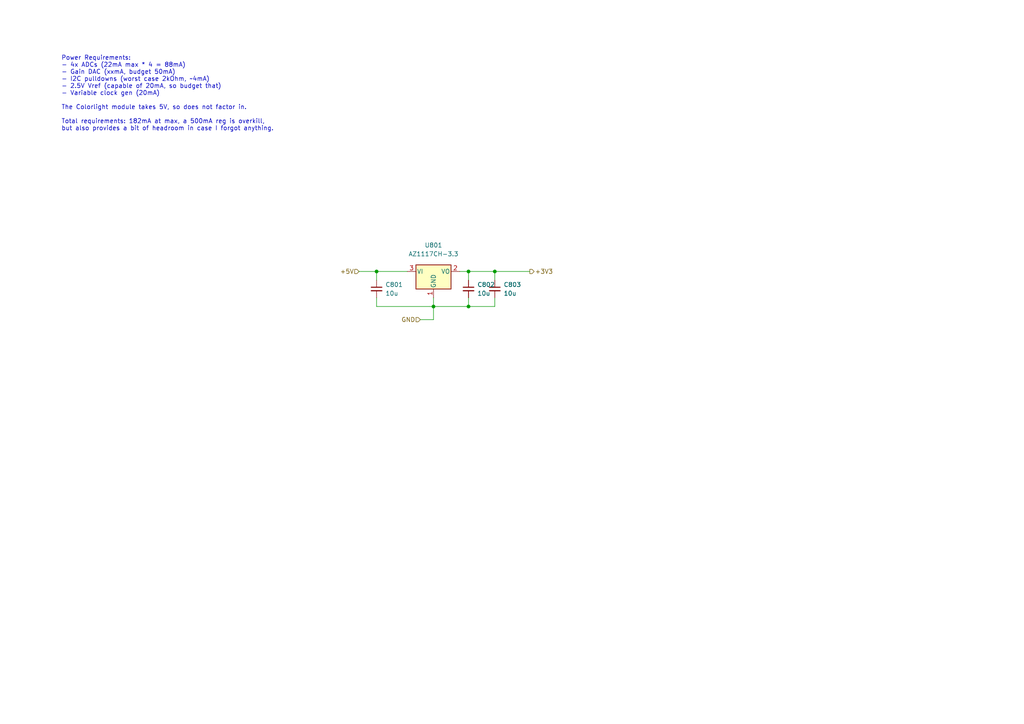
<source format=kicad_sch>
(kicad_sch (version 20211123) (generator eeschema)
  (paper "A4")
  (lib_symbols
    (symbol "Device:C_Small" (pin_numbers hide) (pin_names (offset 0.254) hide)
      (property "Reference" "C" (at 0.254 1.778 0))
      (property "Value" "C_Small" (at 0.254 -2.032 0))
      (symbol "C_Small_0_1"
        (polyline (pts (xy -1.524 -0.508) (xy 1.524 -0.508)) (stroke (width 0.3302)))
        (polyline (pts (xy -1.524 0.508) (xy 1.524 0.508)) (stroke (width 0.3048)))
      )
      (symbol "C_Small_1_1"
        (pin passive line (at 0 2.54 270) (length 2.032) (name "~") (number "1"))
        (pin passive line (at 0 -2.54 90) (length 2.032) (name "~") (number "2"))
      )
    )
    (symbol "Sonar:AZ1117CH-3.3" (pin_names (offset 0.254))
      (property "Reference" "U?" (at 0 7.62 0))
      (property "Value" "AZ1117CH-3.3" (at 0 5.08 0))
      (symbol "AZ1117CH-3.3_0_1"
        (rectangle (start -5.08 1.905) (end 5.08 -5.08) (stroke (width 0.254)) (fill (type background)))
      )
      (symbol "AZ1117CH-3.3_1_1"
        (pin power_in line (at 0 -7.62 90) (length 2.54) (name "GND") (number "1"))
        (pin power_out line (at 7.62 0 180) (length 2.54) (name "VO") (number "2"))
        (pin power_in line (at -7.62 0 0) (length 2.54) (name "VI") (number "3"))
        (pin power_out line (at 7.62 0 180) (length 2.54) hide (name "VO") (number "4"))
      )
    )
  )
  (junction (at 135.89 88.9))
  (junction (at 143.51 78.74))
  (junction (at 125.73 88.9))
  (junction (at 109.22 78.74))
  (junction (at 135.89 78.74))
  (wire (pts (xy 143.51 78.74) (xy 143.51 81.28)))
  (wire (pts (xy 133.35 78.74) (xy 135.89 78.74)))
  (wire (pts (xy 104.14 78.74) (xy 109.22 78.74)))
  (wire (pts (xy 125.73 88.9) (xy 125.73 92.71)))
  (wire (pts (xy 109.22 78.74) (xy 118.11 78.74)))
  (wire (pts (xy 125.73 88.9) (xy 135.89 88.9)))
  (wire (pts (xy 125.73 92.71) (xy 121.92 92.71)))
  (wire (pts (xy 135.89 78.74) (xy 135.89 81.28)))
  (wire (pts (xy 125.73 86.36) (xy 125.73 88.9)))
  (wire (pts (xy 109.22 88.9) (xy 125.73 88.9)))
  (wire (pts (xy 143.51 86.36) (xy 143.51 88.9)))
  (wire (pts (xy 135.89 88.9) (xy 143.51 88.9)))
  (wire (pts (xy 135.89 78.74) (xy 143.51 78.74)))
  (wire (pts (xy 109.22 86.36) (xy 109.22 88.9)))
  (wire (pts (xy 135.89 86.36) (xy 135.89 88.9)))
  (wire (pts (xy 109.22 81.28) (xy 109.22 78.74)))
  (wire (pts (xy 143.51 78.74) (xy 153.67 78.74)))
  (text "Power Requirements:\n- 4x ADCs (22mA max * 4 = 88mA)\n- Gain DAC (xxmA, budget 50mA)\n- I2C pulldowns (worst case 2kOhm, ~4mA)\n- 2.5V Vref (capable of 20mA, so budget that)\n- Variable clock gen (20mA)\n\nThe Colorlight module takes 5V, so does not factor in.\n\nTotal requirements: 182mA at max, a 500mA reg is overkill,\nbut also provides a bit of headroom in case I forgot anything." (at 17.78 38.1 0) (effects (font (size 1.27 1.27)) (justify left bottom)))
  (hierarchical_label "+5V" (shape input) (at 104.14 78.74 180))
  (hierarchical_label "+3V3" (shape output) (at 153.67 78.74 0))
  (hierarchical_label "GND" (shape input) (at 121.92 92.71 180))
  (symbol (lib_id "Device:C_Small") (at 109.22 83.82 0) (unit 1)
    (property "Reference" "C801" (at 111.76 82.5562 0) (effects (justify left)))
    (property "Value" "10u" (at 111.76 85.0962 0) (effects (justify left)))
    (property "Footprint" "Capacitor_SMD:C_0805_2012Metric_Pad1.18x1.45mm_HandSolder" (effects hide))
    (property "MPN" "CL21B106KPQNNNE" (effects hide))
    (property "Manufacturer" "Samsung Electro-Mechanics" (effects hide))
    (property "DPN" "1276-1764-1-ND" (effects hide))
    (property "Distributor" "DigiKey" (effects hide))
  )
  (symbol (lib_id "Device:C_Small") (at 135.89 83.82 0) (unit 1)
    (property "Reference" "C802" (at 138.43 82.5562 0) (effects (justify left)))
    (property "Value" "10u" (at 138.43 85.0962 0) (effects (justify left)))
    (property "Footprint" "Capacitor_SMD:C_0805_2012Metric_Pad1.18x1.45mm_HandSolder" (effects hide))
    (property "MPN" "CL21B106KPQNNNE" (effects hide))
    (property "Manufacturer" "Samsung Electro-Mechanics" (effects hide))
    (property "DPN" "1276-1764-1-ND" (effects hide))
    (property "Distributor" "DigiKey" (effects hide))
  )
  (symbol (lib_id "Device:C_Small") (at 143.51 83.82 0) (unit 1)
    (property "Reference" "C803" (at 146.05 82.5562 0) (effects (justify left)))
    (property "Value" "10u" (at 146.05 85.0962 0) (effects (justify left)))
    (property "Footprint" "Capacitor_SMD:C_0805_2012Metric_Pad1.18x1.45mm_HandSolder" (effects hide))
    (property "MPN" "CL21B106KPQNNNE" (effects hide))
    (property "Manufacturer" "Samsung Electro-Mechanics" (effects hide))
    (property "DPN" "1276-1764-1-ND" (effects hide))
    (property "Distributor" "DigiKey" (effects hide))
  )
  (symbol (lib_id "Sonar:AZ1117CH-3.3") (at 125.73 78.74 0) (unit 1)
    (property "Reference" "U801" (at 125.73 71.12 0))
    (property "Value" "AZ1117CH-3.3" (at 125.73 73.66 0))
    (property "Footprint" "Package_TO_SOT_SMD:SOT-223" (effects hide))
    (property "Datasheet" "https://www.diodes.com/assets/Datasheets/AZ1117.pdf" (effects hide))
    (property "MPN" "AZ1117CH-3.3TRG1" (effects hide))
    (property "Manufacturer" "Diodes Incorporated" (effects hide))
    (property "DPN" "AZ1117CH-3.3TRG1DICT-ND" (effects hide))
    (property "Distributor" "DigiKey" (effects hide))
  )
)
</source>
